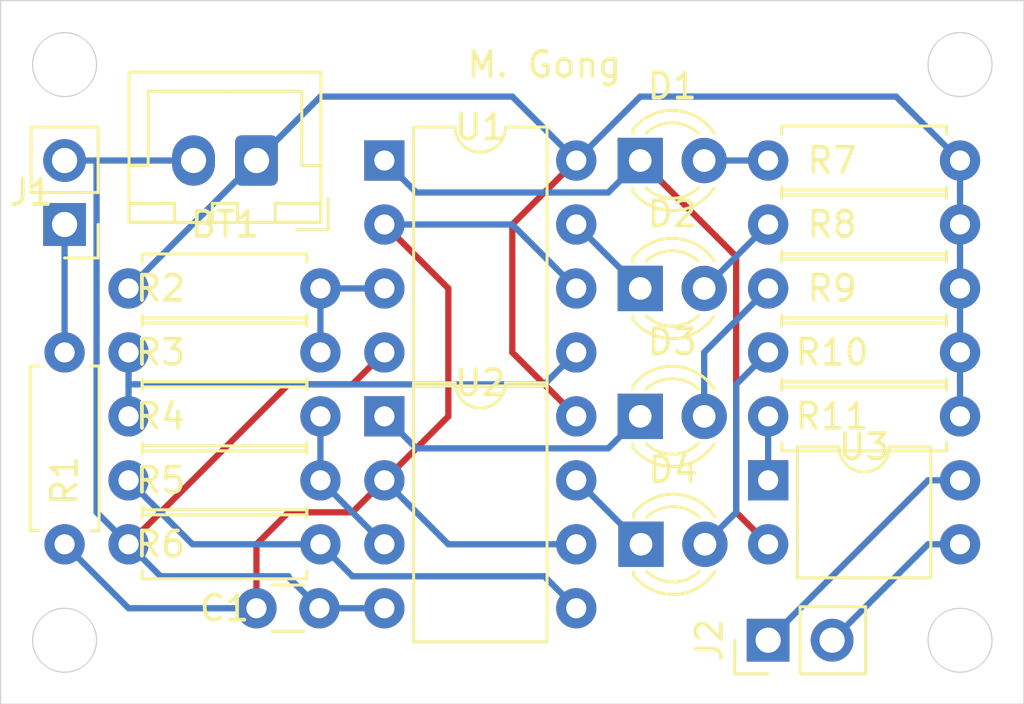
<source format=kicad_pcb>
(kicad_pcb (version 20171130) (host pcbnew "(5.1.4)-1")

  (general
    (thickness 1.6)
    (drawings 9)
    (tracks 79)
    (zones 0)
    (modules 22)
    (nets 20)
  )

  (page A4)
  (layers
    (0 F.Cu signal)
    (31 B.Cu signal)
    (32 B.Adhes user)
    (33 F.Adhes user)
    (34 B.Paste user)
    (35 F.Paste user)
    (36 B.SilkS user)
    (37 F.SilkS user)
    (38 B.Mask user)
    (39 F.Mask user)
    (40 Dwgs.User user)
    (41 Cmts.User user)
    (42 Eco1.User user)
    (43 Eco2.User user)
    (44 Edge.Cuts user)
    (45 Margin user)
    (46 B.CrtYd user)
    (47 F.CrtYd user)
    (48 B.Fab user)
    (49 F.Fab user)
  )

  (setup
    (last_trace_width 0.25)
    (user_trace_width 0.5)
    (user_trace_width 1)
    (user_trace_width 2)
    (trace_clearance 0.2)
    (zone_clearance 0.508)
    (zone_45_only no)
    (trace_min 0.2)
    (via_size 0.8)
    (via_drill 0.4)
    (via_min_size 0.4)
    (via_min_drill 0.3)
    (uvia_size 0.3)
    (uvia_drill 0.1)
    (uvias_allowed no)
    (uvia_min_size 0.2)
    (uvia_min_drill 0.1)
    (edge_width 0.05)
    (segment_width 0.2)
    (pcb_text_width 0.3)
    (pcb_text_size 1.5 1.5)
    (mod_edge_width 0.12)
    (mod_text_size 1 1)
    (mod_text_width 0.15)
    (pad_size 3 3)
    (pad_drill 1.52)
    (pad_to_mask_clearance 0.051)
    (solder_mask_min_width 0.25)
    (aux_axis_origin 0 0)
    (visible_elements 7FFFFFFF)
    (pcbplotparams
      (layerselection 0x010fc_ffffffff)
      (usegerberextensions false)
      (usegerberattributes false)
      (usegerberadvancedattributes false)
      (creategerberjobfile false)
      (excludeedgelayer true)
      (linewidth 0.250000)
      (plotframeref false)
      (viasonmask false)
      (mode 1)
      (useauxorigin false)
      (hpglpennumber 1)
      (hpglpenspeed 20)
      (hpglpendiameter 15.000000)
      (psnegative false)
      (psa4output false)
      (plotreference true)
      (plotvalue true)
      (plotinvisibletext false)
      (padsonsilk false)
      (subtractmaskfromsilk false)
      (outputformat 1)
      (mirror false)
      (drillshape 0)
      (scaleselection 1)
      (outputdirectory "Gerbers/"))
  )

  (net 0 "")
  (net 1 GND)
  (net 2 "Net-(R3-Pad1)")
  (net 3 +12V)
  (net 4 "Net-(R2-Pad1)")
  (net 5 "Net-(R4-Pad1)")
  (net 6 /ControlSignal)
  (net 7 "Net-(R5-Pad1)")
  (net 8 "Net-(D1-Pad1)")
  (net 9 "Net-(D1-Pad2)")
  (net 10 "Net-(D2-Pad2)")
  (net 11 "Net-(D3-Pad2)")
  (net 12 "Net-(D4-Pad2)")
  (net 13 "Net-(D2-Pad1)")
  (net 14 "Net-(D3-Pad1)")
  (net 15 "Net-(D4-Pad1)")
  (net 16 "Net-(C1-Pad1)")
  (net 17 /ControlGND)
  (net 18 /Sensor6V)
  (net 19 "Net-(R11-Pad2)")

  (net_class Default "This is the default net class."
    (clearance 0.2)
    (trace_width 0.25)
    (via_dia 0.8)
    (via_drill 0.4)
    (uvia_dia 0.3)
    (uvia_drill 0.1)
    (add_net +12V)
    (add_net /ControlGND)
    (add_net /ControlSignal)
    (add_net /Sensor6V)
    (add_net GND)
    (add_net "Net-(C1-Pad1)")
    (add_net "Net-(D1-Pad1)")
    (add_net "Net-(D1-Pad2)")
    (add_net "Net-(D2-Pad1)")
    (add_net "Net-(D2-Pad2)")
    (add_net "Net-(D3-Pad1)")
    (add_net "Net-(D3-Pad2)")
    (add_net "Net-(D4-Pad1)")
    (add_net "Net-(D4-Pad2)")
    (add_net "Net-(R11-Pad2)")
    (add_net "Net-(R2-Pad1)")
    (add_net "Net-(R3-Pad1)")
    (add_net "Net-(R4-Pad1)")
    (add_net "Net-(R5-Pad1)")
  )

  (module Resistor_THT:R_Axial_DIN0207_L6.3mm_D2.5mm_P7.62mm_Horizontal (layer F.Cu) (tedit 5AE5139B) (tstamp 5F5D7BD6)
    (at 99.06 66.04 180)
    (descr "Resistor, Axial_DIN0207 series, Axial, Horizontal, pin pitch=7.62mm, 0.25W = 1/4W, length*diameter=6.3*2.5mm^2, http://cdn-reichelt.de/documents/datenblatt/B400/1_4W%23YAG.pdf")
    (tags "Resistor Axial_DIN0207 series Axial Horizontal pin pitch 7.62mm 0.25W = 1/4W length 6.3mm diameter 2.5mm")
    (path /5F5DC558)
    (fp_text reference R11 (at 5.08 0) (layer F.SilkS)
      (effects (font (size 1 1) (thickness 0.15)))
    )
    (fp_text value 1K (at 1.27 0) (layer F.Fab)
      (effects (font (size 1 1) (thickness 0.15)))
    )
    (fp_line (start 0.66 -1.25) (end 0.66 1.25) (layer F.Fab) (width 0.1))
    (fp_line (start 0.66 1.25) (end 6.96 1.25) (layer F.Fab) (width 0.1))
    (fp_line (start 6.96 1.25) (end 6.96 -1.25) (layer F.Fab) (width 0.1))
    (fp_line (start 6.96 -1.25) (end 0.66 -1.25) (layer F.Fab) (width 0.1))
    (fp_line (start 0 0) (end 0.66 0) (layer F.Fab) (width 0.1))
    (fp_line (start 7.62 0) (end 6.96 0) (layer F.Fab) (width 0.1))
    (fp_line (start 0.54 -1.04) (end 0.54 -1.37) (layer F.SilkS) (width 0.12))
    (fp_line (start 0.54 -1.37) (end 7.08 -1.37) (layer F.SilkS) (width 0.12))
    (fp_line (start 7.08 -1.37) (end 7.08 -1.04) (layer F.SilkS) (width 0.12))
    (fp_line (start 0.54 1.04) (end 0.54 1.37) (layer F.SilkS) (width 0.12))
    (fp_line (start 0.54 1.37) (end 7.08 1.37) (layer F.SilkS) (width 0.12))
    (fp_line (start 7.08 1.37) (end 7.08 1.04) (layer F.SilkS) (width 0.12))
    (fp_line (start -1.05 -1.5) (end -1.05 1.5) (layer F.CrtYd) (width 0.05))
    (fp_line (start -1.05 1.5) (end 8.67 1.5) (layer F.CrtYd) (width 0.05))
    (fp_line (start 8.67 1.5) (end 8.67 -1.5) (layer F.CrtYd) (width 0.05))
    (fp_line (start 8.67 -1.5) (end -1.05 -1.5) (layer F.CrtYd) (width 0.05))
    (fp_text user %R (at 5.08 0) (layer F.Fab)
      (effects (font (size 1 1) (thickness 0.15)))
    )
    (pad 1 thru_hole circle (at 0 0 180) (size 1.6 1.6) (drill 0.8) (layers *.Cu *.Mask)
      (net 3 +12V))
    (pad 2 thru_hole oval (at 7.62 0 180) (size 1.6 1.6) (drill 0.8) (layers *.Cu *.Mask)
      (net 19 "Net-(R11-Pad2)"))
    (model ${KISYS3DMOD}/Resistor_THT.3dshapes/R_Axial_DIN0207_L6.3mm_D2.5mm_P7.62mm_Horizontal.wrl
      (at (xyz 0 0 0))
      (scale (xyz 1 1 1))
      (rotate (xyz 0 0 0))
    )
  )

  (module Package_DIP:DIP-8_W7.62mm (layer F.Cu) (tedit 5A02E8C5) (tstamp 5F3E2147)
    (at 76.2 66.04)
    (descr "8-lead though-hole mounted DIP package, row spacing 7.62 mm (300 mils)")
    (tags "THT DIP DIL PDIP 2.54mm 7.62mm 300mil")
    (path /5F3E7866)
    (fp_text reference U2 (at 3.81 -1.33) (layer F.SilkS)
      (effects (font (size 1 1) (thickness 0.15)))
    )
    (fp_text value LM393 (at 3.81 7.62) (layer F.Fab)
      (effects (font (size 1 1) (thickness 0.15)))
    )
    (fp_text user %R (at 3.81 3.81) (layer F.Fab)
      (effects (font (size 1 1) (thickness 0.15)))
    )
    (fp_line (start 8.7 -1.55) (end -1.1 -1.55) (layer F.CrtYd) (width 0.05))
    (fp_line (start 8.7 9.15) (end 8.7 -1.55) (layer F.CrtYd) (width 0.05))
    (fp_line (start -1.1 9.15) (end 8.7 9.15) (layer F.CrtYd) (width 0.05))
    (fp_line (start -1.1 -1.55) (end -1.1 9.15) (layer F.CrtYd) (width 0.05))
    (fp_line (start 6.46 -1.33) (end 4.81 -1.33) (layer F.SilkS) (width 0.12))
    (fp_line (start 6.46 8.95) (end 6.46 -1.33) (layer F.SilkS) (width 0.12))
    (fp_line (start 1.16 8.95) (end 6.46 8.95) (layer F.SilkS) (width 0.12))
    (fp_line (start 1.16 -1.33) (end 1.16 8.95) (layer F.SilkS) (width 0.12))
    (fp_line (start 2.81 -1.33) (end 1.16 -1.33) (layer F.SilkS) (width 0.12))
    (fp_line (start 0.635 -0.27) (end 1.635 -1.27) (layer F.Fab) (width 0.1))
    (fp_line (start 0.635 8.89) (end 0.635 -0.27) (layer F.Fab) (width 0.1))
    (fp_line (start 6.985 8.89) (end 0.635 8.89) (layer F.Fab) (width 0.1))
    (fp_line (start 6.985 -1.27) (end 6.985 8.89) (layer F.Fab) (width 0.1))
    (fp_line (start 1.635 -1.27) (end 6.985 -1.27) (layer F.Fab) (width 0.1))
    (fp_arc (start 3.81 -1.33) (end 2.81 -1.33) (angle -180) (layer F.SilkS) (width 0.12))
    (pad 8 thru_hole oval (at 7.62 0) (size 1.6 1.6) (drill 0.8) (layers *.Cu *.Mask)
      (net 3 +12V))
    (pad 4 thru_hole oval (at 0 7.62) (size 1.6 1.6) (drill 0.8) (layers *.Cu *.Mask)
      (net 1 GND))
    (pad 7 thru_hole oval (at 7.62 2.54) (size 1.6 1.6) (drill 0.8) (layers *.Cu *.Mask)
      (net 15 "Net-(D4-Pad1)"))
    (pad 3 thru_hole oval (at 0 5.08) (size 1.6 1.6) (drill 0.8) (layers *.Cu *.Mask)
      (net 5 "Net-(R4-Pad1)"))
    (pad 6 thru_hole oval (at 7.62 5.08) (size 1.6 1.6) (drill 0.8) (layers *.Cu *.Mask)
      (net 16 "Net-(C1-Pad1)"))
    (pad 2 thru_hole oval (at 0 2.54) (size 1.6 1.6) (drill 0.8) (layers *.Cu *.Mask)
      (net 16 "Net-(C1-Pad1)"))
    (pad 5 thru_hole oval (at 7.62 7.62) (size 1.6 1.6) (drill 0.8) (layers *.Cu *.Mask)
      (net 7 "Net-(R5-Pad1)"))
    (pad 1 thru_hole rect (at 0 0) (size 1.6 1.6) (drill 0.8) (layers *.Cu *.Mask)
      (net 14 "Net-(D3-Pad1)"))
    (model ${KISYS3DMOD}/Package_DIP.3dshapes/DIP-8_W7.62mm.wrl
      (at (xyz 0 0 0))
      (scale (xyz 1 1 1))
      (rotate (xyz 0 0 0))
    )
  )

  (module Package_DIP:DIP-8_W7.62mm (layer F.Cu) (tedit 5A02E8C5) (tstamp 5F3E2123)
    (at 76.2 55.88)
    (descr "8-lead though-hole mounted DIP package, row spacing 7.62 mm (300 mils)")
    (tags "THT DIP DIL PDIP 2.54mm 7.62mm 300mil")
    (path /5F3E2816)
    (fp_text reference U1 (at 3.81 -1.33) (layer F.SilkS)
      (effects (font (size 1 1) (thickness 0.15)))
    )
    (fp_text value LM393 (at 3.81 7.62) (layer F.Fab)
      (effects (font (size 1 1) (thickness 0.15)))
    )
    (fp_text user %R (at 3.81 3.81) (layer F.Fab)
      (effects (font (size 1 1) (thickness 0.15)))
    )
    (fp_line (start 8.7 -1.55) (end -1.1 -1.55) (layer F.CrtYd) (width 0.05))
    (fp_line (start 8.7 9.15) (end 8.7 -1.55) (layer F.CrtYd) (width 0.05))
    (fp_line (start -1.1 9.15) (end 8.7 9.15) (layer F.CrtYd) (width 0.05))
    (fp_line (start -1.1 -1.55) (end -1.1 9.15) (layer F.CrtYd) (width 0.05))
    (fp_line (start 6.46 -1.33) (end 4.81 -1.33) (layer F.SilkS) (width 0.12))
    (fp_line (start 6.46 8.95) (end 6.46 -1.33) (layer F.SilkS) (width 0.12))
    (fp_line (start 1.16 8.95) (end 6.46 8.95) (layer F.SilkS) (width 0.12))
    (fp_line (start 1.16 -1.33) (end 1.16 8.95) (layer F.SilkS) (width 0.12))
    (fp_line (start 2.81 -1.33) (end 1.16 -1.33) (layer F.SilkS) (width 0.12))
    (fp_line (start 0.635 -0.27) (end 1.635 -1.27) (layer F.Fab) (width 0.1))
    (fp_line (start 0.635 8.89) (end 0.635 -0.27) (layer F.Fab) (width 0.1))
    (fp_line (start 6.985 8.89) (end 0.635 8.89) (layer F.Fab) (width 0.1))
    (fp_line (start 6.985 -1.27) (end 6.985 8.89) (layer F.Fab) (width 0.1))
    (fp_line (start 1.635 -1.27) (end 6.985 -1.27) (layer F.Fab) (width 0.1))
    (fp_arc (start 3.81 -1.33) (end 2.81 -1.33) (angle -180) (layer F.SilkS) (width 0.12))
    (pad 8 thru_hole oval (at 7.62 0) (size 1.6 1.6) (drill 0.8) (layers *.Cu *.Mask)
      (net 3 +12V))
    (pad 4 thru_hole oval (at 0 7.62) (size 1.6 1.6) (drill 0.8) (layers *.Cu *.Mask)
      (net 1 GND))
    (pad 7 thru_hole oval (at 7.62 2.54) (size 1.6 1.6) (drill 0.8) (layers *.Cu *.Mask)
      (net 13 "Net-(D2-Pad1)"))
    (pad 3 thru_hole oval (at 0 5.08) (size 1.6 1.6) (drill 0.8) (layers *.Cu *.Mask)
      (net 4 "Net-(R2-Pad1)"))
    (pad 6 thru_hole oval (at 7.62 5.08) (size 1.6 1.6) (drill 0.8) (layers *.Cu *.Mask)
      (net 16 "Net-(C1-Pad1)"))
    (pad 2 thru_hole oval (at 0 2.54) (size 1.6 1.6) (drill 0.8) (layers *.Cu *.Mask)
      (net 16 "Net-(C1-Pad1)"))
    (pad 5 thru_hole oval (at 7.62 7.62) (size 1.6 1.6) (drill 0.8) (layers *.Cu *.Mask)
      (net 2 "Net-(R3-Pad1)"))
    (pad 1 thru_hole rect (at 0 0) (size 1.6 1.6) (drill 0.8) (layers *.Cu *.Mask)
      (net 8 "Net-(D1-Pad1)"))
    (model ${KISYS3DMOD}/Package_DIP.3dshapes/DIP-8_W7.62mm.wrl
      (at (xyz 0 0 0))
      (scale (xyz 1 1 1))
      (rotate (xyz 0 0 0))
    )
  )

  (module Connector_PinHeader_2.54mm:PinHeader_1x02_P2.54mm_Vertical (layer F.Cu) (tedit 59FED5CC) (tstamp 5ED66DBF)
    (at 91.44 74.93 90)
    (descr "Through hole straight pin header, 1x02, 2.54mm pitch, single row")
    (tags "Through hole pin header THT 1x02 2.54mm single row")
    (path /5DD38980)
    (fp_text reference J2 (at 0 -2.33 90) (layer F.SilkS)
      (effects (font (size 1 1) (thickness 0.15)))
    )
    (fp_text value "To Control" (at -1.27 1.27 180) (layer F.Fab)
      (effects (font (size 1 1) (thickness 0.15)))
    )
    (fp_text user %R (at 0 1.27) (layer F.Fab)
      (effects (font (size 1 1) (thickness 0.15)))
    )
    (fp_line (start 1.8 -1.8) (end -1.8 -1.8) (layer F.CrtYd) (width 0.05))
    (fp_line (start 1.8 4.35) (end 1.8 -1.8) (layer F.CrtYd) (width 0.05))
    (fp_line (start -1.8 4.35) (end 1.8 4.35) (layer F.CrtYd) (width 0.05))
    (fp_line (start -1.8 -1.8) (end -1.8 4.35) (layer F.CrtYd) (width 0.05))
    (fp_line (start -1.33 -1.33) (end 0 -1.33) (layer F.SilkS) (width 0.12))
    (fp_line (start -1.33 0) (end -1.33 -1.33) (layer F.SilkS) (width 0.12))
    (fp_line (start -1.33 1.27) (end 1.33 1.27) (layer F.SilkS) (width 0.12))
    (fp_line (start 1.33 1.27) (end 1.33 3.87) (layer F.SilkS) (width 0.12))
    (fp_line (start -1.33 1.27) (end -1.33 3.87) (layer F.SilkS) (width 0.12))
    (fp_line (start -1.33 3.87) (end 1.33 3.87) (layer F.SilkS) (width 0.12))
    (fp_line (start -1.27 -0.635) (end -0.635 -1.27) (layer F.Fab) (width 0.1))
    (fp_line (start -1.27 3.81) (end -1.27 -0.635) (layer F.Fab) (width 0.1))
    (fp_line (start 1.27 3.81) (end -1.27 3.81) (layer F.Fab) (width 0.1))
    (fp_line (start 1.27 -1.27) (end 1.27 3.81) (layer F.Fab) (width 0.1))
    (fp_line (start -0.635 -1.27) (end 1.27 -1.27) (layer F.Fab) (width 0.1))
    (pad 2 thru_hole oval (at 0 2.54 90) (size 1.7 1.7) (drill 1) (layers *.Cu *.Mask)
      (net 17 /ControlGND))
    (pad 1 thru_hole rect (at 0 0 90) (size 1.7 1.7) (drill 1) (layers *.Cu *.Mask)
      (net 6 /ControlSignal))
    (model ${KISYS3DMOD}/Connector_PinHeader_2.54mm.3dshapes/PinHeader_1x02_P2.54mm_Vertical.wrl
      (at (xyz 0 0 0))
      (scale (xyz 1 1 1))
      (rotate (xyz 0 0 0))
    )
  )

  (module Resistor_THT:R_Axial_DIN0207_L6.3mm_D2.5mm_P7.62mm_Horizontal (layer F.Cu) (tedit 5AE5139B) (tstamp 5F3E0E47)
    (at 66.04 63.5)
    (descr "Resistor, Axial_DIN0207 series, Axial, Horizontal, pin pitch=7.62mm, 0.25W = 1/4W, length*diameter=6.3*2.5mm^2, http://cdn-reichelt.de/documents/datenblatt/B400/1_4W%23YAG.pdf")
    (tags "Resistor Axial_DIN0207 series Axial Horizontal pin pitch 7.62mm 0.25W = 1/4W length 6.3mm diameter 2.5mm")
    (path /5F3F3563)
    (fp_text reference R3 (at 1.27 0) (layer F.SilkS)
      (effects (font (size 1 1) (thickness 0.15)))
    )
    (fp_text value 4.7K (at 5.08 0) (layer F.Fab)
      (effects (font (size 1 1) (thickness 0.15)))
    )
    (fp_text user %R (at 1.27 0) (layer F.Fab)
      (effects (font (size 1 1) (thickness 0.15)))
    )
    (fp_line (start 8.67 -1.5) (end -1.05 -1.5) (layer F.CrtYd) (width 0.05))
    (fp_line (start 8.67 1.5) (end 8.67 -1.5) (layer F.CrtYd) (width 0.05))
    (fp_line (start -1.05 1.5) (end 8.67 1.5) (layer F.CrtYd) (width 0.05))
    (fp_line (start -1.05 -1.5) (end -1.05 1.5) (layer F.CrtYd) (width 0.05))
    (fp_line (start 7.08 1.37) (end 7.08 1.04) (layer F.SilkS) (width 0.12))
    (fp_line (start 0.54 1.37) (end 7.08 1.37) (layer F.SilkS) (width 0.12))
    (fp_line (start 0.54 1.04) (end 0.54 1.37) (layer F.SilkS) (width 0.12))
    (fp_line (start 7.08 -1.37) (end 7.08 -1.04) (layer F.SilkS) (width 0.12))
    (fp_line (start 0.54 -1.37) (end 7.08 -1.37) (layer F.SilkS) (width 0.12))
    (fp_line (start 0.54 -1.04) (end 0.54 -1.37) (layer F.SilkS) (width 0.12))
    (fp_line (start 7.62 0) (end 6.96 0) (layer F.Fab) (width 0.1))
    (fp_line (start 0 0) (end 0.66 0) (layer F.Fab) (width 0.1))
    (fp_line (start 6.96 -1.25) (end 0.66 -1.25) (layer F.Fab) (width 0.1))
    (fp_line (start 6.96 1.25) (end 6.96 -1.25) (layer F.Fab) (width 0.1))
    (fp_line (start 0.66 1.25) (end 6.96 1.25) (layer F.Fab) (width 0.1))
    (fp_line (start 0.66 -1.25) (end 0.66 1.25) (layer F.Fab) (width 0.1))
    (pad 2 thru_hole oval (at 7.62 0) (size 1.6 1.6) (drill 0.8) (layers *.Cu *.Mask)
      (net 4 "Net-(R2-Pad1)"))
    (pad 1 thru_hole circle (at 0 0) (size 1.6 1.6) (drill 0.8) (layers *.Cu *.Mask)
      (net 2 "Net-(R3-Pad1)"))
    (model ${KISYS3DMOD}/Resistor_THT.3dshapes/R_Axial_DIN0207_L6.3mm_D2.5mm_P7.62mm_Horizontal.wrl
      (at (xyz 0 0 0))
      (scale (xyz 1 1 1))
      (rotate (xyz 0 0 0))
    )
  )

  (module LED_THT:LED_D3.0mm_FlatTop (layer F.Cu) (tedit 5880A862) (tstamp 5F3E1E60)
    (at 86.39 71.12)
    (descr "LED, Round, FlatTop, diameter 3.0mm, 2 pins, http://www.kingbright.com/attachments/file/psearch/000/00/00/L-47XEC(Ver.9A).pdf")
    (tags "LED Round FlatTop diameter 3.0mm 2 pins")
    (path /5F4564CF)
    (fp_text reference D4 (at 1.27 -2.96) (layer F.SilkS)
      (effects (font (size 1 1) (thickness 0.15)))
    )
    (fp_text value LED (at 1.27 2.96) (layer F.Fab)
      (effects (font (size 1 1) (thickness 0.15)))
    )
    (fp_line (start 3.7 -2.25) (end -1.15 -2.25) (layer F.CrtYd) (width 0.05))
    (fp_line (start 3.7 2.25) (end 3.7 -2.25) (layer F.CrtYd) (width 0.05))
    (fp_line (start -1.15 2.25) (end 3.7 2.25) (layer F.CrtYd) (width 0.05))
    (fp_line (start -1.15 -2.25) (end -1.15 2.25) (layer F.CrtYd) (width 0.05))
    (fp_line (start -0.29 1.08) (end -0.29 1.236) (layer F.SilkS) (width 0.12))
    (fp_line (start -0.29 -1.236) (end -0.29 -1.08) (layer F.SilkS) (width 0.12))
    (fp_line (start -0.23 -1.16619) (end -0.23 1.16619) (layer F.Fab) (width 0.1))
    (fp_circle (center 1.27 0) (end 2.77 0) (layer F.Fab) (width 0.1))
    (fp_arc (start 1.27 0) (end 0.229039 1.08) (angle -87.9) (layer F.SilkS) (width 0.12))
    (fp_arc (start 1.27 0) (end 0.229039 -1.08) (angle 87.9) (layer F.SilkS) (width 0.12))
    (fp_arc (start 1.27 0) (end -0.29 1.235516) (angle -108.8) (layer F.SilkS) (width 0.12))
    (fp_arc (start 1.27 0) (end -0.29 -1.235516) (angle 108.8) (layer F.SilkS) (width 0.12))
    (fp_arc (start 1.27 0) (end -0.23 -1.16619) (angle 284.3) (layer F.Fab) (width 0.1))
    (pad 2 thru_hole circle (at 2.54 0) (size 1.8 1.8) (drill 0.9) (layers *.Cu *.Mask)
      (net 12 "Net-(D4-Pad2)"))
    (pad 1 thru_hole rect (at 0 0) (size 1.8 1.8) (drill 0.9) (layers *.Cu *.Mask)
      (net 15 "Net-(D4-Pad1)"))
    (model ${KISYS3DMOD}/LED_THT.3dshapes/LED_D3.0mm_FlatTop.wrl
      (at (xyz 0 0 0))
      (scale (xyz 1 1 1))
      (rotate (xyz 0 0 0))
    )
  )

  (module LED_THT:LED_D3.0mm_FlatTop (layer F.Cu) (tedit 5880A862) (tstamp 5F3E1E4D)
    (at 86.36 66.04)
    (descr "LED, Round, FlatTop, diameter 3.0mm, 2 pins, http://www.kingbright.com/attachments/file/psearch/000/00/00/L-47XEC(Ver.9A).pdf")
    (tags "LED Round FlatTop diameter 3.0mm 2 pins")
    (path /5F4554EB)
    (fp_text reference D3 (at 1.27 -2.96) (layer F.SilkS)
      (effects (font (size 1 1) (thickness 0.15)))
    )
    (fp_text value LED (at 1.27 2.96) (layer F.Fab)
      (effects (font (size 1 1) (thickness 0.15)))
    )
    (fp_line (start 3.7 -2.25) (end -1.15 -2.25) (layer F.CrtYd) (width 0.05))
    (fp_line (start 3.7 2.25) (end 3.7 -2.25) (layer F.CrtYd) (width 0.05))
    (fp_line (start -1.15 2.25) (end 3.7 2.25) (layer F.CrtYd) (width 0.05))
    (fp_line (start -1.15 -2.25) (end -1.15 2.25) (layer F.CrtYd) (width 0.05))
    (fp_line (start -0.29 1.08) (end -0.29 1.236) (layer F.SilkS) (width 0.12))
    (fp_line (start -0.29 -1.236) (end -0.29 -1.08) (layer F.SilkS) (width 0.12))
    (fp_line (start -0.23 -1.16619) (end -0.23 1.16619) (layer F.Fab) (width 0.1))
    (fp_circle (center 1.27 0) (end 2.77 0) (layer F.Fab) (width 0.1))
    (fp_arc (start 1.27 0) (end 0.229039 1.08) (angle -87.9) (layer F.SilkS) (width 0.12))
    (fp_arc (start 1.27 0) (end 0.229039 -1.08) (angle 87.9) (layer F.SilkS) (width 0.12))
    (fp_arc (start 1.27 0) (end -0.29 1.235516) (angle -108.8) (layer F.SilkS) (width 0.12))
    (fp_arc (start 1.27 0) (end -0.29 -1.235516) (angle 108.8) (layer F.SilkS) (width 0.12))
    (fp_arc (start 1.27 0) (end -0.23 -1.16619) (angle 284.3) (layer F.Fab) (width 0.1))
    (pad 2 thru_hole circle (at 2.54 0) (size 1.8 1.8) (drill 0.9) (layers *.Cu *.Mask)
      (net 11 "Net-(D3-Pad2)"))
    (pad 1 thru_hole rect (at 0 0) (size 1.8 1.8) (drill 0.9) (layers *.Cu *.Mask)
      (net 14 "Net-(D3-Pad1)"))
    (model ${KISYS3DMOD}/LED_THT.3dshapes/LED_D3.0mm_FlatTop.wrl
      (at (xyz 0 0 0))
      (scale (xyz 1 1 1))
      (rotate (xyz 0 0 0))
    )
  )

  (module LED_THT:LED_D3.0mm_FlatTop (layer F.Cu) (tedit 5880A862) (tstamp 5F3E1E3A)
    (at 86.36 60.96)
    (descr "LED, Round, FlatTop, diameter 3.0mm, 2 pins, http://www.kingbright.com/attachments/file/psearch/000/00/00/L-47XEC(Ver.9A).pdf")
    (tags "LED Round FlatTop diameter 3.0mm 2 pins")
    (path /5F454CF5)
    (fp_text reference D2 (at 1.27 -2.96) (layer F.SilkS)
      (effects (font (size 1 1) (thickness 0.15)))
    )
    (fp_text value LED (at 1.27 2.96) (layer F.Fab)
      (effects (font (size 1 1) (thickness 0.15)))
    )
    (fp_line (start 3.7 -2.25) (end -1.15 -2.25) (layer F.CrtYd) (width 0.05))
    (fp_line (start 3.7 2.25) (end 3.7 -2.25) (layer F.CrtYd) (width 0.05))
    (fp_line (start -1.15 2.25) (end 3.7 2.25) (layer F.CrtYd) (width 0.05))
    (fp_line (start -1.15 -2.25) (end -1.15 2.25) (layer F.CrtYd) (width 0.05))
    (fp_line (start -0.29 1.08) (end -0.29 1.236) (layer F.SilkS) (width 0.12))
    (fp_line (start -0.29 -1.236) (end -0.29 -1.08) (layer F.SilkS) (width 0.12))
    (fp_line (start -0.23 -1.16619) (end -0.23 1.16619) (layer F.Fab) (width 0.1))
    (fp_circle (center 1.27 0) (end 2.77 0) (layer F.Fab) (width 0.1))
    (fp_arc (start 1.27 0) (end 0.229039 1.08) (angle -87.9) (layer F.SilkS) (width 0.12))
    (fp_arc (start 1.27 0) (end 0.229039 -1.08) (angle 87.9) (layer F.SilkS) (width 0.12))
    (fp_arc (start 1.27 0) (end -0.29 1.235516) (angle -108.8) (layer F.SilkS) (width 0.12))
    (fp_arc (start 1.27 0) (end -0.29 -1.235516) (angle 108.8) (layer F.SilkS) (width 0.12))
    (fp_arc (start 1.27 0) (end -0.23 -1.16619) (angle 284.3) (layer F.Fab) (width 0.1))
    (pad 2 thru_hole circle (at 2.54 0) (size 1.8 1.8) (drill 0.9) (layers *.Cu *.Mask)
      (net 10 "Net-(D2-Pad2)"))
    (pad 1 thru_hole rect (at 0 0) (size 1.8 1.8) (drill 0.9) (layers *.Cu *.Mask)
      (net 13 "Net-(D2-Pad1)"))
    (model ${KISYS3DMOD}/LED_THT.3dshapes/LED_D3.0mm_FlatTop.wrl
      (at (xyz 0 0 0))
      (scale (xyz 1 1 1))
      (rotate (xyz 0 0 0))
    )
  )

  (module LED_THT:LED_D3.0mm_FlatTop (layer F.Cu) (tedit 5880A862) (tstamp 5F3E1E27)
    (at 86.36 55.88)
    (descr "LED, Round, FlatTop, diameter 3.0mm, 2 pins, http://www.kingbright.com/attachments/file/psearch/000/00/00/L-47XEC(Ver.9A).pdf")
    (tags "LED Round FlatTop diameter 3.0mm 2 pins")
    (path /5F4504E0)
    (fp_text reference D1 (at 1.27 -2.96) (layer F.SilkS)
      (effects (font (size 1 1) (thickness 0.15)))
    )
    (fp_text value LED (at 1.27 2.96) (layer F.Fab)
      (effects (font (size 1 1) (thickness 0.15)))
    )
    (fp_line (start 3.7 -2.25) (end -1.15 -2.25) (layer F.CrtYd) (width 0.05))
    (fp_line (start 3.7 2.25) (end 3.7 -2.25) (layer F.CrtYd) (width 0.05))
    (fp_line (start -1.15 2.25) (end 3.7 2.25) (layer F.CrtYd) (width 0.05))
    (fp_line (start -1.15 -2.25) (end -1.15 2.25) (layer F.CrtYd) (width 0.05))
    (fp_line (start -0.29 1.08) (end -0.29 1.236) (layer F.SilkS) (width 0.12))
    (fp_line (start -0.29 -1.236) (end -0.29 -1.08) (layer F.SilkS) (width 0.12))
    (fp_line (start -0.23 -1.16619) (end -0.23 1.16619) (layer F.Fab) (width 0.1))
    (fp_circle (center 1.27 0) (end 2.77 0) (layer F.Fab) (width 0.1))
    (fp_arc (start 1.27 0) (end 0.229039 1.08) (angle -87.9) (layer F.SilkS) (width 0.12))
    (fp_arc (start 1.27 0) (end 0.229039 -1.08) (angle 87.9) (layer F.SilkS) (width 0.12))
    (fp_arc (start 1.27 0) (end -0.29 1.235516) (angle -108.8) (layer F.SilkS) (width 0.12))
    (fp_arc (start 1.27 0) (end -0.29 -1.235516) (angle 108.8) (layer F.SilkS) (width 0.12))
    (fp_arc (start 1.27 0) (end -0.23 -1.16619) (angle 284.3) (layer F.Fab) (width 0.1))
    (pad 2 thru_hole circle (at 2.54 0) (size 1.8 1.8) (drill 0.9) (layers *.Cu *.Mask)
      (net 9 "Net-(D1-Pad2)"))
    (pad 1 thru_hole rect (at 0 0) (size 1.8 1.8) (drill 0.9) (layers *.Cu *.Mask)
      (net 8 "Net-(D1-Pad1)"))
    (model ${KISYS3DMOD}/LED_THT.3dshapes/LED_D3.0mm_FlatTop.wrl
      (at (xyz 0 0 0))
      (scale (xyz 1 1 1))
      (rotate (xyz 0 0 0))
    )
  )

  (module Package_DIP:DIP-4_W7.62mm (layer F.Cu) (tedit 5A02E8C5) (tstamp 5F3E0F44)
    (at 91.44 68.58)
    (descr "4-lead though-hole mounted DIP package, row spacing 7.62 mm (300 mils)")
    (tags "THT DIP DIL PDIP 2.54mm 7.62mm 300mil")
    (path /5F516BFE)
    (fp_text reference U3 (at 3.81 -1.33) (layer F.SilkS)
      (effects (font (size 1 1) (thickness 0.15)))
    )
    (fp_text value PC817 (at 3.81 2.54) (layer F.Fab)
      (effects (font (size 1 1) (thickness 0.15)))
    )
    (fp_arc (start 3.81 -1.33) (end 2.81 -1.33) (angle -180) (layer F.SilkS) (width 0.12))
    (fp_line (start 1.635 -1.27) (end 6.985 -1.27) (layer F.Fab) (width 0.1))
    (fp_line (start 6.985 -1.27) (end 6.985 3.81) (layer F.Fab) (width 0.1))
    (fp_line (start 6.985 3.81) (end 0.635 3.81) (layer F.Fab) (width 0.1))
    (fp_line (start 0.635 3.81) (end 0.635 -0.27) (layer F.Fab) (width 0.1))
    (fp_line (start 0.635 -0.27) (end 1.635 -1.27) (layer F.Fab) (width 0.1))
    (fp_line (start 2.81 -1.33) (end 1.16 -1.33) (layer F.SilkS) (width 0.12))
    (fp_line (start 1.16 -1.33) (end 1.16 3.87) (layer F.SilkS) (width 0.12))
    (fp_line (start 1.16 3.87) (end 6.46 3.87) (layer F.SilkS) (width 0.12))
    (fp_line (start 6.46 3.87) (end 6.46 -1.33) (layer F.SilkS) (width 0.12))
    (fp_line (start 6.46 -1.33) (end 4.81 -1.33) (layer F.SilkS) (width 0.12))
    (fp_line (start -1.1 -1.55) (end -1.1 4.1) (layer F.CrtYd) (width 0.05))
    (fp_line (start -1.1 4.1) (end 8.7 4.1) (layer F.CrtYd) (width 0.05))
    (fp_line (start 8.7 4.1) (end 8.7 -1.55) (layer F.CrtYd) (width 0.05))
    (fp_line (start 8.7 -1.55) (end -1.1 -1.55) (layer F.CrtYd) (width 0.05))
    (fp_text user %R (at 3.81 1.27) (layer F.Fab)
      (effects (font (size 1 1) (thickness 0.15)))
    )
    (pad 1 thru_hole rect (at 0 0) (size 1.6 1.6) (drill 0.8) (layers *.Cu *.Mask)
      (net 19 "Net-(R11-Pad2)"))
    (pad 3 thru_hole oval (at 7.62 2.54) (size 1.6 1.6) (drill 0.8) (layers *.Cu *.Mask)
      (net 17 /ControlGND))
    (pad 2 thru_hole oval (at 0 2.54) (size 1.6 1.6) (drill 0.8) (layers *.Cu *.Mask)
      (net 8 "Net-(D1-Pad1)"))
    (pad 4 thru_hole oval (at 7.62 0) (size 1.6 1.6) (drill 0.8) (layers *.Cu *.Mask)
      (net 6 /ControlSignal))
    (model ${KISYS3DMOD}/Package_DIP.3dshapes/DIP-4_W7.62mm.wrl
      (at (xyz 0 0 0))
      (scale (xyz 1 1 1))
      (rotate (xyz 0 0 0))
    )
  )

  (module Resistor_THT:R_Axial_DIN0207_L6.3mm_D2.5mm_P7.62mm_Horizontal (layer F.Cu) (tedit 5AE5139B) (tstamp 5F3E0EFF)
    (at 99.06 63.5 180)
    (descr "Resistor, Axial_DIN0207 series, Axial, Horizontal, pin pitch=7.62mm, 0.25W = 1/4W, length*diameter=6.3*2.5mm^2, http://cdn-reichelt.de/documents/datenblatt/B400/1_4W%23YAG.pdf")
    (tags "Resistor Axial_DIN0207 series Axial Horizontal pin pitch 7.62mm 0.25W = 1/4W length 6.3mm diameter 2.5mm")
    (path /5F4747AE)
    (fp_text reference R10 (at 5.08 0) (layer F.SilkS)
      (effects (font (size 1 1) (thickness 0.15)))
    )
    (fp_text value 2.2K (at 1.27 0) (layer F.Fab)
      (effects (font (size 1 1) (thickness 0.15)))
    )
    (fp_line (start 0.66 -1.25) (end 0.66 1.25) (layer F.Fab) (width 0.1))
    (fp_line (start 0.66 1.25) (end 6.96 1.25) (layer F.Fab) (width 0.1))
    (fp_line (start 6.96 1.25) (end 6.96 -1.25) (layer F.Fab) (width 0.1))
    (fp_line (start 6.96 -1.25) (end 0.66 -1.25) (layer F.Fab) (width 0.1))
    (fp_line (start 0 0) (end 0.66 0) (layer F.Fab) (width 0.1))
    (fp_line (start 7.62 0) (end 6.96 0) (layer F.Fab) (width 0.1))
    (fp_line (start 0.54 -1.04) (end 0.54 -1.37) (layer F.SilkS) (width 0.12))
    (fp_line (start 0.54 -1.37) (end 7.08 -1.37) (layer F.SilkS) (width 0.12))
    (fp_line (start 7.08 -1.37) (end 7.08 -1.04) (layer F.SilkS) (width 0.12))
    (fp_line (start 0.54 1.04) (end 0.54 1.37) (layer F.SilkS) (width 0.12))
    (fp_line (start 0.54 1.37) (end 7.08 1.37) (layer F.SilkS) (width 0.12))
    (fp_line (start 7.08 1.37) (end 7.08 1.04) (layer F.SilkS) (width 0.12))
    (fp_line (start -1.05 -1.5) (end -1.05 1.5) (layer F.CrtYd) (width 0.05))
    (fp_line (start -1.05 1.5) (end 8.67 1.5) (layer F.CrtYd) (width 0.05))
    (fp_line (start 8.67 1.5) (end 8.67 -1.5) (layer F.CrtYd) (width 0.05))
    (fp_line (start 8.67 -1.5) (end -1.05 -1.5) (layer F.CrtYd) (width 0.05))
    (fp_text user %R (at 5.08 0) (layer F.Fab)
      (effects (font (size 1 1) (thickness 0.15)))
    )
    (pad 1 thru_hole circle (at 0 0 180) (size 1.6 1.6) (drill 0.8) (layers *.Cu *.Mask)
      (net 3 +12V))
    (pad 2 thru_hole oval (at 7.62 0 180) (size 1.6 1.6) (drill 0.8) (layers *.Cu *.Mask)
      (net 12 "Net-(D4-Pad2)"))
    (model ${KISYS3DMOD}/Resistor_THT.3dshapes/R_Axial_DIN0207_L6.3mm_D2.5mm_P7.62mm_Horizontal.wrl
      (at (xyz 0 0 0))
      (scale (xyz 1 1 1))
      (rotate (xyz 0 0 0))
    )
  )

  (module Resistor_THT:R_Axial_DIN0207_L6.3mm_D2.5mm_P7.62mm_Horizontal (layer F.Cu) (tedit 5AE5139B) (tstamp 5F3E0EE8)
    (at 99.06 60.96 180)
    (descr "Resistor, Axial_DIN0207 series, Axial, Horizontal, pin pitch=7.62mm, 0.25W = 1/4W, length*diameter=6.3*2.5mm^2, http://cdn-reichelt.de/documents/datenblatt/B400/1_4W%23YAG.pdf")
    (tags "Resistor Axial_DIN0207 series Axial Horizontal pin pitch 7.62mm 0.25W = 1/4W length 6.3mm diameter 2.5mm")
    (path /5F4703D7)
    (fp_text reference R9 (at 5.08 0) (layer F.SilkS)
      (effects (font (size 1 1) (thickness 0.15)))
    )
    (fp_text value 2.2K (at 1.27 0) (layer F.Fab)
      (effects (font (size 1 1) (thickness 0.15)))
    )
    (fp_line (start 0.66 -1.25) (end 0.66 1.25) (layer F.Fab) (width 0.1))
    (fp_line (start 0.66 1.25) (end 6.96 1.25) (layer F.Fab) (width 0.1))
    (fp_line (start 6.96 1.25) (end 6.96 -1.25) (layer F.Fab) (width 0.1))
    (fp_line (start 6.96 -1.25) (end 0.66 -1.25) (layer F.Fab) (width 0.1))
    (fp_line (start 0 0) (end 0.66 0) (layer F.Fab) (width 0.1))
    (fp_line (start 7.62 0) (end 6.96 0) (layer F.Fab) (width 0.1))
    (fp_line (start 0.54 -1.04) (end 0.54 -1.37) (layer F.SilkS) (width 0.12))
    (fp_line (start 0.54 -1.37) (end 7.08 -1.37) (layer F.SilkS) (width 0.12))
    (fp_line (start 7.08 -1.37) (end 7.08 -1.04) (layer F.SilkS) (width 0.12))
    (fp_line (start 0.54 1.04) (end 0.54 1.37) (layer F.SilkS) (width 0.12))
    (fp_line (start 0.54 1.37) (end 7.08 1.37) (layer F.SilkS) (width 0.12))
    (fp_line (start 7.08 1.37) (end 7.08 1.04) (layer F.SilkS) (width 0.12))
    (fp_line (start -1.05 -1.5) (end -1.05 1.5) (layer F.CrtYd) (width 0.05))
    (fp_line (start -1.05 1.5) (end 8.67 1.5) (layer F.CrtYd) (width 0.05))
    (fp_line (start 8.67 1.5) (end 8.67 -1.5) (layer F.CrtYd) (width 0.05))
    (fp_line (start 8.67 -1.5) (end -1.05 -1.5) (layer F.CrtYd) (width 0.05))
    (fp_text user %R (at 5.08 0) (layer F.Fab)
      (effects (font (size 1 1) (thickness 0.15)))
    )
    (pad 1 thru_hole circle (at 0 0 180) (size 1.6 1.6) (drill 0.8) (layers *.Cu *.Mask)
      (net 3 +12V))
    (pad 2 thru_hole oval (at 7.62 0 180) (size 1.6 1.6) (drill 0.8) (layers *.Cu *.Mask)
      (net 11 "Net-(D3-Pad2)"))
    (model ${KISYS3DMOD}/Resistor_THT.3dshapes/R_Axial_DIN0207_L6.3mm_D2.5mm_P7.62mm_Horizontal.wrl
      (at (xyz 0 0 0))
      (scale (xyz 1 1 1))
      (rotate (xyz 0 0 0))
    )
  )

  (module Resistor_THT:R_Axial_DIN0207_L6.3mm_D2.5mm_P7.62mm_Horizontal (layer F.Cu) (tedit 5AE5139B) (tstamp 5F3E0ED1)
    (at 99.06 58.42 180)
    (descr "Resistor, Axial_DIN0207 series, Axial, Horizontal, pin pitch=7.62mm, 0.25W = 1/4W, length*diameter=6.3*2.5mm^2, http://cdn-reichelt.de/documents/datenblatt/B400/1_4W%23YAG.pdf")
    (tags "Resistor Axial_DIN0207 series Axial Horizontal pin pitch 7.62mm 0.25W = 1/4W length 6.3mm diameter 2.5mm")
    (path /5F46A221)
    (fp_text reference R8 (at 5.08 0) (layer F.SilkS)
      (effects (font (size 1 1) (thickness 0.15)))
    )
    (fp_text value 2.2K (at 1.27 0) (layer F.Fab)
      (effects (font (size 1 1) (thickness 0.15)))
    )
    (fp_line (start 0.66 -1.25) (end 0.66 1.25) (layer F.Fab) (width 0.1))
    (fp_line (start 0.66 1.25) (end 6.96 1.25) (layer F.Fab) (width 0.1))
    (fp_line (start 6.96 1.25) (end 6.96 -1.25) (layer F.Fab) (width 0.1))
    (fp_line (start 6.96 -1.25) (end 0.66 -1.25) (layer F.Fab) (width 0.1))
    (fp_line (start 0 0) (end 0.66 0) (layer F.Fab) (width 0.1))
    (fp_line (start 7.62 0) (end 6.96 0) (layer F.Fab) (width 0.1))
    (fp_line (start 0.54 -1.04) (end 0.54 -1.37) (layer F.SilkS) (width 0.12))
    (fp_line (start 0.54 -1.37) (end 7.08 -1.37) (layer F.SilkS) (width 0.12))
    (fp_line (start 7.08 -1.37) (end 7.08 -1.04) (layer F.SilkS) (width 0.12))
    (fp_line (start 0.54 1.04) (end 0.54 1.37) (layer F.SilkS) (width 0.12))
    (fp_line (start 0.54 1.37) (end 7.08 1.37) (layer F.SilkS) (width 0.12))
    (fp_line (start 7.08 1.37) (end 7.08 1.04) (layer F.SilkS) (width 0.12))
    (fp_line (start -1.05 -1.5) (end -1.05 1.5) (layer F.CrtYd) (width 0.05))
    (fp_line (start -1.05 1.5) (end 8.67 1.5) (layer F.CrtYd) (width 0.05))
    (fp_line (start 8.67 1.5) (end 8.67 -1.5) (layer F.CrtYd) (width 0.05))
    (fp_line (start 8.67 -1.5) (end -1.05 -1.5) (layer F.CrtYd) (width 0.05))
    (fp_text user %R (at 5.08 0) (layer F.Fab)
      (effects (font (size 1 1) (thickness 0.15)))
    )
    (pad 1 thru_hole circle (at 0 0 180) (size 1.6 1.6) (drill 0.8) (layers *.Cu *.Mask)
      (net 3 +12V))
    (pad 2 thru_hole oval (at 7.62 0 180) (size 1.6 1.6) (drill 0.8) (layers *.Cu *.Mask)
      (net 10 "Net-(D2-Pad2)"))
    (model ${KISYS3DMOD}/Resistor_THT.3dshapes/R_Axial_DIN0207_L6.3mm_D2.5mm_P7.62mm_Horizontal.wrl
      (at (xyz 0 0 0))
      (scale (xyz 1 1 1))
      (rotate (xyz 0 0 0))
    )
  )

  (module Resistor_THT:R_Axial_DIN0207_L6.3mm_D2.5mm_P7.62mm_Horizontal (layer F.Cu) (tedit 5AE5139B) (tstamp 5F3E0EBA)
    (at 99.06 55.88 180)
    (descr "Resistor, Axial_DIN0207 series, Axial, Horizontal, pin pitch=7.62mm, 0.25W = 1/4W, length*diameter=6.3*2.5mm^2, http://cdn-reichelt.de/documents/datenblatt/B400/1_4W%23YAG.pdf")
    (tags "Resistor Axial_DIN0207 series Axial Horizontal pin pitch 7.62mm 0.25W = 1/4W length 6.3mm diameter 2.5mm")
    (path /5F46546E)
    (fp_text reference R7 (at 5.08 0) (layer F.SilkS)
      (effects (font (size 1 1) (thickness 0.15)))
    )
    (fp_text value 2.2K (at 1.27 0) (layer F.Fab)
      (effects (font (size 1 1) (thickness 0.15)))
    )
    (fp_line (start 0.66 -1.25) (end 0.66 1.25) (layer F.Fab) (width 0.1))
    (fp_line (start 0.66 1.25) (end 6.96 1.25) (layer F.Fab) (width 0.1))
    (fp_line (start 6.96 1.25) (end 6.96 -1.25) (layer F.Fab) (width 0.1))
    (fp_line (start 6.96 -1.25) (end 0.66 -1.25) (layer F.Fab) (width 0.1))
    (fp_line (start 0 0) (end 0.66 0) (layer F.Fab) (width 0.1))
    (fp_line (start 7.62 0) (end 6.96 0) (layer F.Fab) (width 0.1))
    (fp_line (start 0.54 -1.04) (end 0.54 -1.37) (layer F.SilkS) (width 0.12))
    (fp_line (start 0.54 -1.37) (end 7.08 -1.37) (layer F.SilkS) (width 0.12))
    (fp_line (start 7.08 -1.37) (end 7.08 -1.04) (layer F.SilkS) (width 0.12))
    (fp_line (start 0.54 1.04) (end 0.54 1.37) (layer F.SilkS) (width 0.12))
    (fp_line (start 0.54 1.37) (end 7.08 1.37) (layer F.SilkS) (width 0.12))
    (fp_line (start 7.08 1.37) (end 7.08 1.04) (layer F.SilkS) (width 0.12))
    (fp_line (start -1.05 -1.5) (end -1.05 1.5) (layer F.CrtYd) (width 0.05))
    (fp_line (start -1.05 1.5) (end 8.67 1.5) (layer F.CrtYd) (width 0.05))
    (fp_line (start 8.67 1.5) (end 8.67 -1.5) (layer F.CrtYd) (width 0.05))
    (fp_line (start 8.67 -1.5) (end -1.05 -1.5) (layer F.CrtYd) (width 0.05))
    (fp_text user %R (at 5.08 0) (layer F.Fab)
      (effects (font (size 1 1) (thickness 0.15)))
    )
    (pad 1 thru_hole circle (at 0 0 180) (size 1.6 1.6) (drill 0.8) (layers *.Cu *.Mask)
      (net 3 +12V))
    (pad 2 thru_hole oval (at 7.62 0 180) (size 1.6 1.6) (drill 0.8) (layers *.Cu *.Mask)
      (net 9 "Net-(D1-Pad2)"))
    (model ${KISYS3DMOD}/Resistor_THT.3dshapes/R_Axial_DIN0207_L6.3mm_D2.5mm_P7.62mm_Horizontal.wrl
      (at (xyz 0 0 0))
      (scale (xyz 1 1 1))
      (rotate (xyz 0 0 0))
    )
  )

  (module Resistor_THT:R_Axial_DIN0207_L6.3mm_D2.5mm_P7.62mm_Horizontal (layer F.Cu) (tedit 5AE5139B) (tstamp 5F3E0E8C)
    (at 66.04 71.12)
    (descr "Resistor, Axial_DIN0207 series, Axial, Horizontal, pin pitch=7.62mm, 0.25W = 1/4W, length*diameter=6.3*2.5mm^2, http://cdn-reichelt.de/documents/datenblatt/B400/1_4W%23YAG.pdf")
    (tags "Resistor Axial_DIN0207 series Axial Horizontal pin pitch 7.62mm 0.25W = 1/4W length 6.3mm diameter 2.5mm")
    (path /5F3F519B)
    (fp_text reference R6 (at 1.27 0) (layer F.SilkS)
      (effects (font (size 1 1) (thickness 0.15)))
    )
    (fp_text value 4.7K (at 5.08 0) (layer F.Fab)
      (effects (font (size 1 1) (thickness 0.15)))
    )
    (fp_text user %R (at 1.27 0) (layer F.Fab)
      (effects (font (size 1 1) (thickness 0.15)))
    )
    (fp_line (start 8.67 -1.5) (end -1.05 -1.5) (layer F.CrtYd) (width 0.05))
    (fp_line (start 8.67 1.5) (end 8.67 -1.5) (layer F.CrtYd) (width 0.05))
    (fp_line (start -1.05 1.5) (end 8.67 1.5) (layer F.CrtYd) (width 0.05))
    (fp_line (start -1.05 -1.5) (end -1.05 1.5) (layer F.CrtYd) (width 0.05))
    (fp_line (start 7.08 1.37) (end 7.08 1.04) (layer F.SilkS) (width 0.12))
    (fp_line (start 0.54 1.37) (end 7.08 1.37) (layer F.SilkS) (width 0.12))
    (fp_line (start 0.54 1.04) (end 0.54 1.37) (layer F.SilkS) (width 0.12))
    (fp_line (start 7.08 -1.37) (end 7.08 -1.04) (layer F.SilkS) (width 0.12))
    (fp_line (start 0.54 -1.37) (end 7.08 -1.37) (layer F.SilkS) (width 0.12))
    (fp_line (start 0.54 -1.04) (end 0.54 -1.37) (layer F.SilkS) (width 0.12))
    (fp_line (start 7.62 0) (end 6.96 0) (layer F.Fab) (width 0.1))
    (fp_line (start 0 0) (end 0.66 0) (layer F.Fab) (width 0.1))
    (fp_line (start 6.96 -1.25) (end 0.66 -1.25) (layer F.Fab) (width 0.1))
    (fp_line (start 6.96 1.25) (end 6.96 -1.25) (layer F.Fab) (width 0.1))
    (fp_line (start 0.66 1.25) (end 6.96 1.25) (layer F.Fab) (width 0.1))
    (fp_line (start 0.66 -1.25) (end 0.66 1.25) (layer F.Fab) (width 0.1))
    (pad 2 thru_hole oval (at 7.62 0) (size 1.6 1.6) (drill 0.8) (layers *.Cu *.Mask)
      (net 7 "Net-(R5-Pad1)"))
    (pad 1 thru_hole circle (at 0 0) (size 1.6 1.6) (drill 0.8) (layers *.Cu *.Mask)
      (net 1 GND))
    (model ${KISYS3DMOD}/Resistor_THT.3dshapes/R_Axial_DIN0207_L6.3mm_D2.5mm_P7.62mm_Horizontal.wrl
      (at (xyz 0 0 0))
      (scale (xyz 1 1 1))
      (rotate (xyz 0 0 0))
    )
  )

  (module Resistor_THT:R_Axial_DIN0207_L6.3mm_D2.5mm_P7.62mm_Horizontal (layer F.Cu) (tedit 5AE5139B) (tstamp 5F3E0E75)
    (at 66.04 68.58)
    (descr "Resistor, Axial_DIN0207 series, Axial, Horizontal, pin pitch=7.62mm, 0.25W = 1/4W, length*diameter=6.3*2.5mm^2, http://cdn-reichelt.de/documents/datenblatt/B400/1_4W%23YAG.pdf")
    (tags "Resistor Axial_DIN0207 series Axial Horizontal pin pitch 7.62mm 0.25W = 1/4W length 6.3mm diameter 2.5mm")
    (path /5F3F4ABA)
    (fp_text reference R5 (at 1.27 0) (layer F.SilkS)
      (effects (font (size 1 1) (thickness 0.15)))
    )
    (fp_text value 4.7K (at 5.08 0) (layer F.Fab)
      (effects (font (size 1 1) (thickness 0.15)))
    )
    (fp_text user %R (at 1.27 0) (layer F.Fab)
      (effects (font (size 1 1) (thickness 0.15)))
    )
    (fp_line (start 8.67 -1.5) (end -1.05 -1.5) (layer F.CrtYd) (width 0.05))
    (fp_line (start 8.67 1.5) (end 8.67 -1.5) (layer F.CrtYd) (width 0.05))
    (fp_line (start -1.05 1.5) (end 8.67 1.5) (layer F.CrtYd) (width 0.05))
    (fp_line (start -1.05 -1.5) (end -1.05 1.5) (layer F.CrtYd) (width 0.05))
    (fp_line (start 7.08 1.37) (end 7.08 1.04) (layer F.SilkS) (width 0.12))
    (fp_line (start 0.54 1.37) (end 7.08 1.37) (layer F.SilkS) (width 0.12))
    (fp_line (start 0.54 1.04) (end 0.54 1.37) (layer F.SilkS) (width 0.12))
    (fp_line (start 7.08 -1.37) (end 7.08 -1.04) (layer F.SilkS) (width 0.12))
    (fp_line (start 0.54 -1.37) (end 7.08 -1.37) (layer F.SilkS) (width 0.12))
    (fp_line (start 0.54 -1.04) (end 0.54 -1.37) (layer F.SilkS) (width 0.12))
    (fp_line (start 7.62 0) (end 6.96 0) (layer F.Fab) (width 0.1))
    (fp_line (start 0 0) (end 0.66 0) (layer F.Fab) (width 0.1))
    (fp_line (start 6.96 -1.25) (end 0.66 -1.25) (layer F.Fab) (width 0.1))
    (fp_line (start 6.96 1.25) (end 6.96 -1.25) (layer F.Fab) (width 0.1))
    (fp_line (start 0.66 1.25) (end 6.96 1.25) (layer F.Fab) (width 0.1))
    (fp_line (start 0.66 -1.25) (end 0.66 1.25) (layer F.Fab) (width 0.1))
    (pad 2 thru_hole oval (at 7.62 0) (size 1.6 1.6) (drill 0.8) (layers *.Cu *.Mask)
      (net 5 "Net-(R4-Pad1)"))
    (pad 1 thru_hole circle (at 0 0) (size 1.6 1.6) (drill 0.8) (layers *.Cu *.Mask)
      (net 7 "Net-(R5-Pad1)"))
    (model ${KISYS3DMOD}/Resistor_THT.3dshapes/R_Axial_DIN0207_L6.3mm_D2.5mm_P7.62mm_Horizontal.wrl
      (at (xyz 0 0 0))
      (scale (xyz 1 1 1))
      (rotate (xyz 0 0 0))
    )
  )

  (module Resistor_THT:R_Axial_DIN0207_L6.3mm_D2.5mm_P7.62mm_Horizontal (layer F.Cu) (tedit 5AE5139B) (tstamp 5F3E0E5E)
    (at 73.66 66.04 180)
    (descr "Resistor, Axial_DIN0207 series, Axial, Horizontal, pin pitch=7.62mm, 0.25W = 1/4W, length*diameter=6.3*2.5mm^2, http://cdn-reichelt.de/documents/datenblatt/B400/1_4W%23YAG.pdf")
    (tags "Resistor Axial_DIN0207 series Axial Horizontal pin pitch 7.62mm 0.25W = 1/4W length 6.3mm diameter 2.5mm")
    (path /5F3F4298)
    (fp_text reference R4 (at 6.35 0) (layer F.SilkS)
      (effects (font (size 1 1) (thickness 0.15)))
    )
    (fp_text value 4.7K (at 2.54 0) (layer F.Fab)
      (effects (font (size 1 1) (thickness 0.15)))
    )
    (fp_text user %R (at 6.35 0) (layer F.Fab)
      (effects (font (size 1 1) (thickness 0.15)))
    )
    (fp_line (start 8.67 -1.5) (end -1.05 -1.5) (layer F.CrtYd) (width 0.05))
    (fp_line (start 8.67 1.5) (end 8.67 -1.5) (layer F.CrtYd) (width 0.05))
    (fp_line (start -1.05 1.5) (end 8.67 1.5) (layer F.CrtYd) (width 0.05))
    (fp_line (start -1.05 -1.5) (end -1.05 1.5) (layer F.CrtYd) (width 0.05))
    (fp_line (start 7.08 1.37) (end 7.08 1.04) (layer F.SilkS) (width 0.12))
    (fp_line (start 0.54 1.37) (end 7.08 1.37) (layer F.SilkS) (width 0.12))
    (fp_line (start 0.54 1.04) (end 0.54 1.37) (layer F.SilkS) (width 0.12))
    (fp_line (start 7.08 -1.37) (end 7.08 -1.04) (layer F.SilkS) (width 0.12))
    (fp_line (start 0.54 -1.37) (end 7.08 -1.37) (layer F.SilkS) (width 0.12))
    (fp_line (start 0.54 -1.04) (end 0.54 -1.37) (layer F.SilkS) (width 0.12))
    (fp_line (start 7.62 0) (end 6.96 0) (layer F.Fab) (width 0.1))
    (fp_line (start 0 0) (end 0.66 0) (layer F.Fab) (width 0.1))
    (fp_line (start 6.96 -1.25) (end 0.66 -1.25) (layer F.Fab) (width 0.1))
    (fp_line (start 6.96 1.25) (end 6.96 -1.25) (layer F.Fab) (width 0.1))
    (fp_line (start 0.66 1.25) (end 6.96 1.25) (layer F.Fab) (width 0.1))
    (fp_line (start 0.66 -1.25) (end 0.66 1.25) (layer F.Fab) (width 0.1))
    (pad 2 thru_hole oval (at 7.62 0 180) (size 1.6 1.6) (drill 0.8) (layers *.Cu *.Mask)
      (net 2 "Net-(R3-Pad1)"))
    (pad 1 thru_hole circle (at 0 0 180) (size 1.6 1.6) (drill 0.8) (layers *.Cu *.Mask)
      (net 5 "Net-(R4-Pad1)"))
    (model ${KISYS3DMOD}/Resistor_THT.3dshapes/R_Axial_DIN0207_L6.3mm_D2.5mm_P7.62mm_Horizontal.wrl
      (at (xyz 0 0 0))
      (scale (xyz 1 1 1))
      (rotate (xyz 0 0 0))
    )
  )

  (module Resistor_THT:R_Axial_DIN0207_L6.3mm_D2.5mm_P7.62mm_Horizontal (layer F.Cu) (tedit 5AE5139B) (tstamp 5F3E0E30)
    (at 73.66 60.96 180)
    (descr "Resistor, Axial_DIN0207 series, Axial, Horizontal, pin pitch=7.62mm, 0.25W = 1/4W, length*diameter=6.3*2.5mm^2, http://cdn-reichelt.de/documents/datenblatt/B400/1_4W%23YAG.pdf")
    (tags "Resistor Axial_DIN0207 series Axial Horizontal pin pitch 7.62mm 0.25W = 1/4W length 6.3mm diameter 2.5mm")
    (path /5F3F207A)
    (fp_text reference R2 (at 6.35 0) (layer F.SilkS)
      (effects (font (size 1 1) (thickness 0.15)))
    )
    (fp_text value 20K (at 2.54 0) (layer F.Fab)
      (effects (font (size 1 1) (thickness 0.15)))
    )
    (fp_text user %R (at 6.35 0) (layer F.Fab)
      (effects (font (size 1 1) (thickness 0.15)))
    )
    (fp_line (start 8.67 -1.5) (end -1.05 -1.5) (layer F.CrtYd) (width 0.05))
    (fp_line (start 8.67 1.5) (end 8.67 -1.5) (layer F.CrtYd) (width 0.05))
    (fp_line (start -1.05 1.5) (end 8.67 1.5) (layer F.CrtYd) (width 0.05))
    (fp_line (start -1.05 -1.5) (end -1.05 1.5) (layer F.CrtYd) (width 0.05))
    (fp_line (start 7.08 1.37) (end 7.08 1.04) (layer F.SilkS) (width 0.12))
    (fp_line (start 0.54 1.37) (end 7.08 1.37) (layer F.SilkS) (width 0.12))
    (fp_line (start 0.54 1.04) (end 0.54 1.37) (layer F.SilkS) (width 0.12))
    (fp_line (start 7.08 -1.37) (end 7.08 -1.04) (layer F.SilkS) (width 0.12))
    (fp_line (start 0.54 -1.37) (end 7.08 -1.37) (layer F.SilkS) (width 0.12))
    (fp_line (start 0.54 -1.04) (end 0.54 -1.37) (layer F.SilkS) (width 0.12))
    (fp_line (start 7.62 0) (end 6.96 0) (layer F.Fab) (width 0.1))
    (fp_line (start 0 0) (end 0.66 0) (layer F.Fab) (width 0.1))
    (fp_line (start 6.96 -1.25) (end 0.66 -1.25) (layer F.Fab) (width 0.1))
    (fp_line (start 6.96 1.25) (end 6.96 -1.25) (layer F.Fab) (width 0.1))
    (fp_line (start 0.66 1.25) (end 6.96 1.25) (layer F.Fab) (width 0.1))
    (fp_line (start 0.66 -1.25) (end 0.66 1.25) (layer F.Fab) (width 0.1))
    (pad 2 thru_hole oval (at 7.62 0 180) (size 1.6 1.6) (drill 0.8) (layers *.Cu *.Mask)
      (net 3 +12V))
    (pad 1 thru_hole circle (at 0 0 180) (size 1.6 1.6) (drill 0.8) (layers *.Cu *.Mask)
      (net 4 "Net-(R2-Pad1)"))
    (model ${KISYS3DMOD}/Resistor_THT.3dshapes/R_Axial_DIN0207_L6.3mm_D2.5mm_P7.62mm_Horizontal.wrl
      (at (xyz 0 0 0))
      (scale (xyz 1 1 1))
      (rotate (xyz 0 0 0))
    )
  )

  (module Resistor_THT:R_Axial_DIN0207_L6.3mm_D2.5mm_P7.62mm_Horizontal (layer F.Cu) (tedit 5AE5139B) (tstamp 5F3E0E19)
    (at 63.5 71.12 90)
    (descr "Resistor, Axial_DIN0207 series, Axial, Horizontal, pin pitch=7.62mm, 0.25W = 1/4W, length*diameter=6.3*2.5mm^2, http://cdn-reichelt.de/documents/datenblatt/B400/1_4W%23YAG.pdf")
    (tags "Resistor Axial_DIN0207 series Axial Horizontal pin pitch 7.62mm 0.25W = 1/4W length 6.3mm diameter 2.5mm")
    (path /5F4E7667)
    (fp_text reference R1 (at 2.54 0 90) (layer F.SilkS)
      (effects (font (size 1 1) (thickness 0.15)))
    )
    (fp_text value 1K (at 6.35 0 90) (layer F.Fab)
      (effects (font (size 1 1) (thickness 0.15)))
    )
    (fp_text user %R (at 2.54 0 90) (layer F.Fab)
      (effects (font (size 1 1) (thickness 0.15)))
    )
    (fp_line (start 8.67 -1.5) (end -1.05 -1.5) (layer F.CrtYd) (width 0.05))
    (fp_line (start 8.67 1.5) (end 8.67 -1.5) (layer F.CrtYd) (width 0.05))
    (fp_line (start -1.05 1.5) (end 8.67 1.5) (layer F.CrtYd) (width 0.05))
    (fp_line (start -1.05 -1.5) (end -1.05 1.5) (layer F.CrtYd) (width 0.05))
    (fp_line (start 7.08 1.37) (end 7.08 1.04) (layer F.SilkS) (width 0.12))
    (fp_line (start 0.54 1.37) (end 7.08 1.37) (layer F.SilkS) (width 0.12))
    (fp_line (start 0.54 1.04) (end 0.54 1.37) (layer F.SilkS) (width 0.12))
    (fp_line (start 7.08 -1.37) (end 7.08 -1.04) (layer F.SilkS) (width 0.12))
    (fp_line (start 0.54 -1.37) (end 7.08 -1.37) (layer F.SilkS) (width 0.12))
    (fp_line (start 0.54 -1.04) (end 0.54 -1.37) (layer F.SilkS) (width 0.12))
    (fp_line (start 7.62 0) (end 6.96 0) (layer F.Fab) (width 0.1))
    (fp_line (start 0 0) (end 0.66 0) (layer F.Fab) (width 0.1))
    (fp_line (start 6.96 -1.25) (end 0.66 -1.25) (layer F.Fab) (width 0.1))
    (fp_line (start 6.96 1.25) (end 6.96 -1.25) (layer F.Fab) (width 0.1))
    (fp_line (start 0.66 1.25) (end 6.96 1.25) (layer F.Fab) (width 0.1))
    (fp_line (start 0.66 -1.25) (end 0.66 1.25) (layer F.Fab) (width 0.1))
    (pad 2 thru_hole oval (at 7.62 0 90) (size 1.6 1.6) (drill 0.8) (layers *.Cu *.Mask)
      (net 18 /Sensor6V))
    (pad 1 thru_hole circle (at 0 0 90) (size 1.6 1.6) (drill 0.8) (layers *.Cu *.Mask)
      (net 16 "Net-(C1-Pad1)"))
    (model ${KISYS3DMOD}/Resistor_THT.3dshapes/R_Axial_DIN0207_L6.3mm_D2.5mm_P7.62mm_Horizontal.wrl
      (at (xyz 0 0 0))
      (scale (xyz 1 1 1))
      (rotate (xyz 0 0 0))
    )
  )

  (module Connector_PinHeader_2.54mm:PinHeader_1x02_P2.54mm_Vertical (layer F.Cu) (tedit 59FED5CC) (tstamp 5EF1A43E)
    (at 63.5 58.42 180)
    (descr "Through hole straight pin header, 1x02, 2.54mm pitch, single row")
    (tags "Through hole pin header THT 1x02 2.54mm single row")
    (path /5DF30AB6)
    (fp_text reference J1 (at 1.33 1.27) (layer F.SilkS)
      (effects (font (size 1 1) (thickness 0.15)))
    )
    (fp_text value "From Capacitor Bank" (at 1.27 -1.27 90) (layer F.Fab)
      (effects (font (size 1 1) (thickness 0.15)))
    )
    (fp_text user %R (at 0 1.27 90) (layer F.Fab)
      (effects (font (size 1 1) (thickness 0.15)))
    )
    (fp_line (start 1.8 -1.8) (end -1.8 -1.8) (layer F.CrtYd) (width 0.05))
    (fp_line (start 1.8 4.35) (end 1.8 -1.8) (layer F.CrtYd) (width 0.05))
    (fp_line (start -1.8 4.35) (end 1.8 4.35) (layer F.CrtYd) (width 0.05))
    (fp_line (start -1.8 -1.8) (end -1.8 4.35) (layer F.CrtYd) (width 0.05))
    (fp_line (start -1.33 -1.33) (end 0 -1.33) (layer F.SilkS) (width 0.12))
    (fp_line (start -1.33 0) (end -1.33 -1.33) (layer F.SilkS) (width 0.12))
    (fp_line (start -1.33 1.27) (end 1.33 1.27) (layer F.SilkS) (width 0.12))
    (fp_line (start 1.33 1.27) (end 1.33 3.87) (layer F.SilkS) (width 0.12))
    (fp_line (start -1.33 1.27) (end -1.33 3.87) (layer F.SilkS) (width 0.12))
    (fp_line (start -1.33 3.87) (end 1.33 3.87) (layer F.SilkS) (width 0.12))
    (fp_line (start -1.27 -0.635) (end -0.635 -1.27) (layer F.Fab) (width 0.1))
    (fp_line (start -1.27 3.81) (end -1.27 -0.635) (layer F.Fab) (width 0.1))
    (fp_line (start 1.27 3.81) (end -1.27 3.81) (layer F.Fab) (width 0.1))
    (fp_line (start 1.27 -1.27) (end 1.27 3.81) (layer F.Fab) (width 0.1))
    (fp_line (start -0.635 -1.27) (end 1.27 -1.27) (layer F.Fab) (width 0.1))
    (pad 2 thru_hole oval (at 0 2.54 180) (size 1.7 1.7) (drill 1) (layers *.Cu *.Mask)
      (net 1 GND))
    (pad 1 thru_hole rect (at 0 0 180) (size 1.7 1.7) (drill 1) (layers *.Cu *.Mask)
      (net 18 /Sensor6V))
    (model ${KISYS3DMOD}/Connector_PinHeader_2.54mm.3dshapes/PinHeader_1x02_P2.54mm_Vertical.wrl
      (at (xyz 0 0 0))
      (scale (xyz 1 1 1))
      (rotate (xyz 0 0 0))
    )
  )

  (module Capacitor_THT:C_Disc_D3.0mm_W1.6mm_P2.50mm (layer F.Cu) (tedit 5AE50EF0) (tstamp 5F3E0DC5)
    (at 71.12 73.66)
    (descr "C, Disc series, Radial, pin pitch=2.50mm, , diameter*width=3.0*1.6mm^2, Capacitor, http://www.vishay.com/docs/45233/krseries.pdf")
    (tags "C Disc series Radial pin pitch 2.50mm  diameter 3.0mm width 1.6mm Capacitor")
    (path /5F4E7F0D)
    (fp_text reference C1 (at -1.27 0) (layer F.SilkS)
      (effects (font (size 1 1) (thickness 0.15)))
    )
    (fp_text value 0.1uF (at 1.25 2.05) (layer F.Fab)
      (effects (font (size 1 1) (thickness 0.15)))
    )
    (fp_text user %R (at 1.25 0) (layer F.Fab)
      (effects (font (size 0.6 0.6) (thickness 0.09)))
    )
    (fp_line (start 3.55 -1.05) (end -1.05 -1.05) (layer F.CrtYd) (width 0.05))
    (fp_line (start 3.55 1.05) (end 3.55 -1.05) (layer F.CrtYd) (width 0.05))
    (fp_line (start -1.05 1.05) (end 3.55 1.05) (layer F.CrtYd) (width 0.05))
    (fp_line (start -1.05 -1.05) (end -1.05 1.05) (layer F.CrtYd) (width 0.05))
    (fp_line (start 0.621 0.92) (end 1.879 0.92) (layer F.SilkS) (width 0.12))
    (fp_line (start 0.621 -0.92) (end 1.879 -0.92) (layer F.SilkS) (width 0.12))
    (fp_line (start 2.75 -0.8) (end -0.25 -0.8) (layer F.Fab) (width 0.1))
    (fp_line (start 2.75 0.8) (end 2.75 -0.8) (layer F.Fab) (width 0.1))
    (fp_line (start -0.25 0.8) (end 2.75 0.8) (layer F.Fab) (width 0.1))
    (fp_line (start -0.25 -0.8) (end -0.25 0.8) (layer F.Fab) (width 0.1))
    (pad 2 thru_hole circle (at 2.5 0) (size 1.6 1.6) (drill 0.8) (layers *.Cu *.Mask)
      (net 1 GND))
    (pad 1 thru_hole circle (at 0 0) (size 1.6 1.6) (drill 0.8) (layers *.Cu *.Mask)
      (net 16 "Net-(C1-Pad1)"))
    (model ${KISYS3DMOD}/Capacitor_THT.3dshapes/C_Disc_D3.0mm_W1.6mm_P2.50mm.wrl
      (at (xyz 0 0 0))
      (scale (xyz 1 1 1))
      (rotate (xyz 0 0 0))
    )
  )

  (module Connector_JST:JST_XH_B2B-XH-A_1x02_P2.50mm_Vertical (layer F.Cu) (tedit 5C28146C) (tstamp 5F3E0DB4)
    (at 71.12 55.88 180)
    (descr "JST XH series connector, B2B-XH-A (http://www.jst-mfg.com/product/pdf/eng/eXH.pdf), generated with kicad-footprint-generator")
    (tags "connector JST XH vertical")
    (path /5F4C38D9)
    (fp_text reference BT1 (at 1.25 -2.54) (layer F.SilkS)
      (effects (font (size 1 1) (thickness 0.15)))
    )
    (fp_text value "12V Battery" (at 1.25 4.6) (layer F.Fab)
      (effects (font (size 1 1) (thickness 0.15)))
    )
    (fp_text user %R (at 1.25 2.7) (layer F.Fab)
      (effects (font (size 1 1) (thickness 0.15)))
    )
    (fp_line (start -2.85 -2.75) (end -2.85 -1.5) (layer F.SilkS) (width 0.12))
    (fp_line (start -1.6 -2.75) (end -2.85 -2.75) (layer F.SilkS) (width 0.12))
    (fp_line (start 4.3 2.75) (end 1.25 2.75) (layer F.SilkS) (width 0.12))
    (fp_line (start 4.3 -0.2) (end 4.3 2.75) (layer F.SilkS) (width 0.12))
    (fp_line (start 5.05 -0.2) (end 4.3 -0.2) (layer F.SilkS) (width 0.12))
    (fp_line (start -1.8 2.75) (end 1.25 2.75) (layer F.SilkS) (width 0.12))
    (fp_line (start -1.8 -0.2) (end -1.8 2.75) (layer F.SilkS) (width 0.12))
    (fp_line (start -2.55 -0.2) (end -1.8 -0.2) (layer F.SilkS) (width 0.12))
    (fp_line (start 5.05 -2.45) (end 3.25 -2.45) (layer F.SilkS) (width 0.12))
    (fp_line (start 5.05 -1.7) (end 5.05 -2.45) (layer F.SilkS) (width 0.12))
    (fp_line (start 3.25 -1.7) (end 5.05 -1.7) (layer F.SilkS) (width 0.12))
    (fp_line (start 3.25 -2.45) (end 3.25 -1.7) (layer F.SilkS) (width 0.12))
    (fp_line (start -0.75 -2.45) (end -2.55 -2.45) (layer F.SilkS) (width 0.12))
    (fp_line (start -0.75 -1.7) (end -0.75 -2.45) (layer F.SilkS) (width 0.12))
    (fp_line (start -2.55 -1.7) (end -0.75 -1.7) (layer F.SilkS) (width 0.12))
    (fp_line (start -2.55 -2.45) (end -2.55 -1.7) (layer F.SilkS) (width 0.12))
    (fp_line (start 1.75 -2.45) (end 0.75 -2.45) (layer F.SilkS) (width 0.12))
    (fp_line (start 1.75 -1.7) (end 1.75 -2.45) (layer F.SilkS) (width 0.12))
    (fp_line (start 0.75 -1.7) (end 1.75 -1.7) (layer F.SilkS) (width 0.12))
    (fp_line (start 0.75 -2.45) (end 0.75 -1.7) (layer F.SilkS) (width 0.12))
    (fp_line (start 0 -1.35) (end 0.625 -2.35) (layer F.Fab) (width 0.1))
    (fp_line (start -0.625 -2.35) (end 0 -1.35) (layer F.Fab) (width 0.1))
    (fp_line (start 5.45 -2.85) (end -2.95 -2.85) (layer F.CrtYd) (width 0.05))
    (fp_line (start 5.45 3.9) (end 5.45 -2.85) (layer F.CrtYd) (width 0.05))
    (fp_line (start -2.95 3.9) (end 5.45 3.9) (layer F.CrtYd) (width 0.05))
    (fp_line (start -2.95 -2.85) (end -2.95 3.9) (layer F.CrtYd) (width 0.05))
    (fp_line (start 5.06 -2.46) (end -2.56 -2.46) (layer F.SilkS) (width 0.12))
    (fp_line (start 5.06 3.51) (end 5.06 -2.46) (layer F.SilkS) (width 0.12))
    (fp_line (start -2.56 3.51) (end 5.06 3.51) (layer F.SilkS) (width 0.12))
    (fp_line (start -2.56 -2.46) (end -2.56 3.51) (layer F.SilkS) (width 0.12))
    (fp_line (start 4.95 -2.35) (end -2.45 -2.35) (layer F.Fab) (width 0.1))
    (fp_line (start 4.95 3.4) (end 4.95 -2.35) (layer F.Fab) (width 0.1))
    (fp_line (start -2.45 3.4) (end 4.95 3.4) (layer F.Fab) (width 0.1))
    (fp_line (start -2.45 -2.35) (end -2.45 3.4) (layer F.Fab) (width 0.1))
    (pad 2 thru_hole oval (at 2.5 0 180) (size 1.7 2) (drill 1) (layers *.Cu *.Mask)
      (net 1 GND))
    (pad 1 thru_hole roundrect (at 0 0 180) (size 1.7 2) (drill 1) (layers *.Cu *.Mask) (roundrect_rratio 0.147059)
      (net 3 +12V))
    (model ${KISYS3DMOD}/Connector_JST.3dshapes/JST_XH_B2B-XH-A_1x02_P2.50mm_Vertical.wrl
      (at (xyz 0 0 0))
      (scale (xyz 1 1 1))
      (rotate (xyz 0 0 0))
    )
  )

  (gr_text "M. Gong" (at 82.55 52.07) (layer F.SilkS)
    (effects (font (size 1 1) (thickness 0.15)))
  )
  (gr_circle (center 63.5 52.07) (end 63.5 50.8) (layer Edge.Cuts) (width 0.05))
  (gr_circle (center 63.5 74.93) (end 64.77 74.93) (layer Edge.Cuts) (width 0.05))
  (gr_circle (center 99.06 74.93) (end 100.33 74.93) (layer Edge.Cuts) (width 0.05))
  (gr_circle (center 99.06 52.07) (end 100.33 52.07) (layer Edge.Cuts) (width 0.05))
  (gr_line (start 60.96 77.47) (end 60.96 49.53) (layer Edge.Cuts) (width 0.05) (tstamp 5F3E590F))
  (gr_line (start 101.6 77.47) (end 60.96 77.47) (layer Edge.Cuts) (width 0.05))
  (gr_line (start 101.6 49.53) (end 101.6 77.47) (layer Edge.Cuts) (width 0.05))
  (gr_line (start 60.96 49.53) (end 101.6 49.53) (layer Edge.Cuts) (width 0.05))

  (segment (start 76.2 63.5) (end 74.93 64.77) (width 0.25) (layer F.Cu) (net 1) (status 10))
  (segment (start 72.39 64.77) (end 66.04 71.12) (width 0.25) (layer F.Cu) (net 1) (status 20))
  (segment (start 74.93 64.77) (end 72.39 64.77) (width 0.25) (layer F.Cu) (net 1))
  (segment (start 66.04 71.12) (end 66.04 71.16) (width 0.25) (layer B.Cu) (net 1) (status 30))
  (segment (start 66.04 71.12) (end 67.31 72.39) (width 0.25) (layer B.Cu) (net 1) (status 10))
  (segment (start 67.31 72.39) (end 72.39 72.39) (width 0.25) (layer B.Cu) (net 1))
  (segment (start 72.39 72.43) (end 73.62 73.66) (width 0.25) (layer B.Cu) (net 1) (status 20))
  (segment (start 72.39 72.39) (end 72.39 72.43) (width 0.25) (layer B.Cu) (net 1))
  (segment (start 73.62 73.66) (end 76.2 73.66) (width 0.25) (layer B.Cu) (net 1) (status 30))
  (segment (start 66.04 71.12) (end 64.77 69.85) (width 0.25) (layer B.Cu) (net 1) (status 10))
  (segment (start 64.77 69.85) (end 64.77 55.88) (width 0.25) (layer B.Cu) (net 1))
  (segment (start 68.62 55.88) (end 64.77 55.88) (width 0.25) (layer B.Cu) (net 1) (status 10))
  (segment (start 64.77 55.88) (end 63.5 55.88) (width 0.25) (layer B.Cu) (net 1) (status 20))
  (segment (start 66.04 64.77) (end 82.55 64.77) (width 0.25) (layer B.Cu) (net 2))
  (segment (start 82.55 64.77) (end 83.82 63.5) (width 0.25) (layer B.Cu) (net 2) (status 20))
  (segment (start 66.04 66.04) (end 66.04 64.77) (width 0.25) (layer B.Cu) (net 2) (status 10))
  (segment (start 66.04 64.77) (end 66.04 63.5) (width 0.25) (layer B.Cu) (net 2) (status 20))
  (segment (start 66.04 60.96) (end 71.12 55.88) (width 0.25) (layer B.Cu) (net 3) (status 30))
  (segment (start 99.06 55.88) (end 99.06 58.42) (width 0.25) (layer B.Cu) (net 3) (status 30))
  (segment (start 99.06 58.42) (end 99.06 60.96) (width 0.25) (layer B.Cu) (net 3) (status 30))
  (segment (start 99.06 60.96) (end 99.06 63.5) (width 0.25) (layer B.Cu) (net 3) (status 30))
  (segment (start 96.52 53.34) (end 99.06 55.88) (width 0.25) (layer B.Cu) (net 3) (status 20))
  (segment (start 83.82 55.88) (end 86.36 53.34) (width 0.25) (layer B.Cu) (net 3) (status 10))
  (segment (start 86.36 53.34) (end 96.52 53.34) (width 0.25) (layer B.Cu) (net 3))
  (segment (start 81.28 53.34) (end 83.82 55.88) (width 0.25) (layer B.Cu) (net 3) (status 20))
  (segment (start 71.12 55.88) (end 73.66 53.34) (width 0.25) (layer B.Cu) (net 3) (status 10))
  (segment (start 73.66 53.34) (end 81.28 53.34) (width 0.25) (layer B.Cu) (net 3))
  (segment (start 81.28 63.5) (end 83.82 66.04) (width 0.25) (layer F.Cu) (net 3) (status 20))
  (segment (start 83.82 55.88) (end 81.28 58.42) (width 0.25) (layer F.Cu) (net 3) (status 10))
  (segment (start 81.28 58.42) (end 81.28 63.5) (width 0.25) (layer F.Cu) (net 3))
  (segment (start 99.06 66.04) (end 99.06 63.5) (width 0.25) (layer B.Cu) (net 3))
  (segment (start 73.66 60.96) (end 76.2 60.96) (width 0.25) (layer B.Cu) (net 4) (status 30))
  (segment (start 73.66 60.96) (end 73.66 63.5) (width 0.25) (layer B.Cu) (net 4) (status 30))
  (segment (start 73.66 68.58) (end 73.66 66.04) (width 0.25) (layer B.Cu) (net 5) (status 30))
  (segment (start 73.66 68.58) (end 76.2 71.12) (width 0.25) (layer B.Cu) (net 5) (status 30))
  (segment (start 91.44 74.93) (end 97.79 68.58) (width 0.25) (layer B.Cu) (net 6) (status 10))
  (segment (start 97.79 68.58) (end 99.06 68.58) (width 0.25) (layer B.Cu) (net 6) (status 20))
  (segment (start 82.55 72.39) (end 83.82 73.66) (width 0.25) (layer B.Cu) (net 7) (status 20))
  (segment (start 74.93 72.39) (end 82.55 72.39) (width 0.25) (layer B.Cu) (net 7))
  (segment (start 73.66 71.12) (end 74.93 72.39) (width 0.25) (layer B.Cu) (net 7) (status 10))
  (segment (start 68.58 71.12) (end 73.66 71.12) (width 0.25) (layer B.Cu) (net 7) (status 20))
  (segment (start 66.04 68.58) (end 68.58 71.12) (width 0.25) (layer B.Cu) (net 7) (status 10))
  (segment (start 76.2 55.88) (end 77.47 57.15) (width 0.25) (layer B.Cu) (net 8) (status 10))
  (segment (start 77.47 57.15) (end 85.09 57.15) (width 0.25) (layer B.Cu) (net 8))
  (segment (start 85.09 57.15) (end 86.36 55.88) (width 0.25) (layer B.Cu) (net 8) (status 20))
  (segment (start 86.36 55.88) (end 90.17 59.69) (width 0.25) (layer F.Cu) (net 8) (status 10))
  (segment (start 90.17 69.85) (end 91.44 71.12) (width 0.25) (layer F.Cu) (net 8) (status 20))
  (segment (start 90.17 59.69) (end 90.17 69.85) (width 0.25) (layer F.Cu) (net 8))
  (segment (start 91.44 55.88) (end 88.9 55.88) (width 0.25) (layer B.Cu) (net 9) (status 30))
  (segment (start 91.44 58.42) (end 88.9 60.96) (width 0.25) (layer B.Cu) (net 10) (status 30))
  (segment (start 91.44 60.96) (end 88.9 63.5) (width 0.25) (layer B.Cu) (net 11) (status 10))
  (segment (start 88.9 63.5) (end 88.9 66.04) (width 0.25) (layer B.Cu) (net 11) (status 20))
  (segment (start 88.93 71.12) (end 88.93 71.09) (width 0.25) (layer B.Cu) (net 12) (status 30))
  (segment (start 88.93 71.09) (end 90.17 69.85) (width 0.25) (layer B.Cu) (net 12) (status 10))
  (segment (start 90.17 64.77) (end 91.44 63.5) (width 0.25) (layer B.Cu) (net 12) (status 20))
  (segment (start 90.17 69.85) (end 90.17 64.77) (width 0.25) (layer B.Cu) (net 12))
  (segment (start 83.82 58.42) (end 86.36 60.96) (width 0.25) (layer B.Cu) (net 13) (status 30))
  (segment (start 76.2 66.04) (end 77.47 67.31) (width 0.25) (layer B.Cu) (net 14) (status 10))
  (segment (start 77.47 67.31) (end 85.09 67.31) (width 0.25) (layer B.Cu) (net 14))
  (segment (start 85.09 67.31) (end 86.36 66.04) (width 0.25) (layer B.Cu) (net 14) (status 20))
  (segment (start 83.85 68.58) (end 86.39 71.12) (width 0.25) (layer B.Cu) (net 15) (status 30))
  (segment (start 83.82 68.58) (end 83.85 68.58) (width 0.25) (layer B.Cu) (net 15) (status 30))
  (segment (start 76.2 68.58) (end 74.93 69.85) (width 0.25) (layer F.Cu) (net 16) (status 10))
  (segment (start 76.2 68.58) (end 78.74 71.12) (width 0.25) (layer B.Cu) (net 16) (status 10))
  (segment (start 78.74 71.12) (end 83.82 71.12) (width 0.25) (layer B.Cu) (net 16) (status 20))
  (segment (start 81.28 58.42) (end 83.82 60.96) (width 0.25) (layer B.Cu) (net 16) (status 20))
  (segment (start 76.2 58.42) (end 81.28 58.42) (width 0.25) (layer B.Cu) (net 16) (status 10))
  (segment (start 63.5 71.12) (end 66.04 73.66) (width 0.25) (layer B.Cu) (net 16) (status 10))
  (segment (start 66.04 73.66) (end 71.12 73.66) (width 0.25) (layer B.Cu) (net 16) (status 20))
  (segment (start 74.93 69.85) (end 72.39 69.85) (width 0.25) (layer F.Cu) (net 16))
  (segment (start 72.39 69.85) (end 71.12 71.12) (width 0.25) (layer F.Cu) (net 16))
  (segment (start 71.12 71.12) (end 71.12 73.66) (width 0.25) (layer F.Cu) (net 16) (status 20))
  (segment (start 78.74 66.04) (end 76.2 68.58) (width 0.25) (layer F.Cu) (net 16) (status 20))
  (segment (start 76.2 58.42) (end 78.74 60.96) (width 0.25) (layer F.Cu) (net 16) (status 10))
  (segment (start 78.74 60.96) (end 78.74 66.04) (width 0.25) (layer F.Cu) (net 16))
  (segment (start 93.98 74.93) (end 97.79 71.12) (width 0.25) (layer B.Cu) (net 17) (status 10))
  (segment (start 97.79 71.12) (end 99.06 71.12) (width 0.25) (layer B.Cu) (net 17) (status 20))
  (segment (start 63.5 58.42) (end 63.5 63.5) (width 0.25) (layer B.Cu) (net 18) (status 30))
  (segment (start 91.44 68.58) (end 91.44 66.04) (width 0.25) (layer B.Cu) (net 19))

)

</source>
